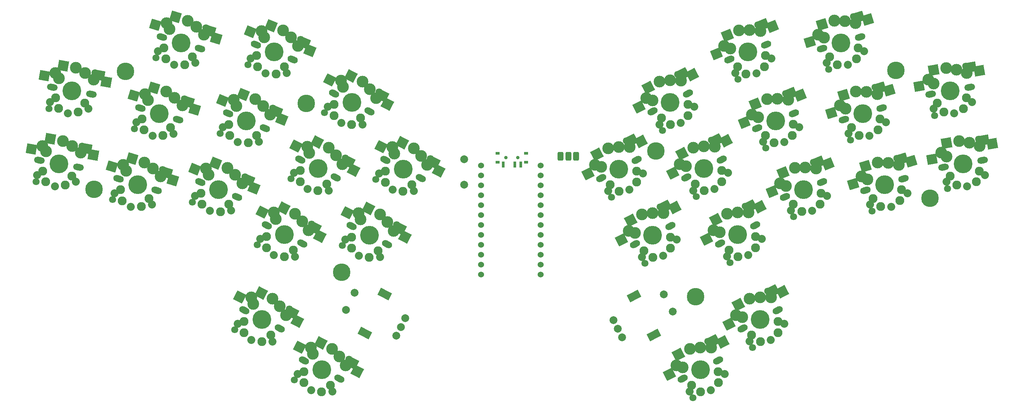
<source format=gbr>
%TF.GenerationSoftware,KiCad,Pcbnew,(6.0.4)*%
%TF.CreationDate,2022-08-24T00:31:51+02:00*%
%TF.ProjectId,Asfoora,4173666f-6f72-4612-9e6b-696361645f70,rev?*%
%TF.SameCoordinates,Original*%
%TF.FileFunction,Soldermask,Bot*%
%TF.FilePolarity,Negative*%
%FSLAX46Y46*%
G04 Gerber Fmt 4.6, Leading zero omitted, Abs format (unit mm)*
G04 Created by KiCad (PCBNEW (6.0.4)) date 2022-08-24 00:31:51*
%MOMM*%
%LPD*%
G01*
G04 APERTURE LIST*
G04 Aperture macros list*
%AMRoundRect*
0 Rectangle with rounded corners*
0 $1 Rounding radius*
0 $2 $3 $4 $5 $6 $7 $8 $9 X,Y pos of 4 corners*
0 Add a 4 corners polygon primitive as box body*
4,1,4,$2,$3,$4,$5,$6,$7,$8,$9,$2,$3,0*
0 Add four circle primitives for the rounded corners*
1,1,$1+$1,$2,$3*
1,1,$1+$1,$4,$5*
1,1,$1+$1,$6,$7*
1,1,$1+$1,$8,$9*
0 Add four rect primitives between the rounded corners*
20,1,$1+$1,$2,$3,$4,$5,0*
20,1,$1+$1,$4,$5,$6,$7,0*
20,1,$1+$1,$6,$7,$8,$9,0*
20,1,$1+$1,$8,$9,$2,$3,0*%
%AMHorizOval*
0 Thick line with rounded ends*
0 $1 width*
0 $2 $3 position (X,Y) of the first rounded end (center of the circle)*
0 $4 $5 position (X,Y) of the second rounded end (center of the circle)*
0 Add line between two ends*
20,1,$1,$2,$3,$4,$5,0*
0 Add two circle primitives to create the rounded ends*
1,1,$1,$2,$3*
1,1,$1,$4,$5*%
%AMRotRect*
0 Rectangle, with rotation*
0 The origin of the aperture is its center*
0 $1 length*
0 $2 width*
0 $3 Rotation angle, in degrees counterclockwise*
0 Add horizontal line*
21,1,$1,$2,0,0,$3*%
G04 Aperture macros list end*
%ADD10C,3.000000*%
%ADD11C,4.800000*%
%ADD12HorizOval,1.701800X0.492404X-0.086824X-0.492404X0.086824X0*%
%ADD13C,1.800000*%
%ADD14HorizOval,1.706624X0.490029X-0.086405X-0.490029X0.086405X0*%
%ADD15RotRect,2.600000X2.600000X350.000000*%
%ADD16C,2.032000*%
%ADD17C,2.286000*%
%ADD18RotRect,2.550000X2.500000X350.000000*%
%ADD19HorizOval,1.706624X0.443354X0.225900X-0.443354X-0.225900X0*%
%ADD20HorizOval,1.701800X0.445503X0.226995X-0.445503X-0.226995X0*%
%ADD21RotRect,2.600000X2.600000X27.000000*%
%ADD22RotRect,2.550000X2.500000X27.000000*%
%ADD23C,4.500000*%
%ADD24HorizOval,1.701800X0.463592X-0.187303X-0.463592X0.187303X0*%
%ADD25HorizOval,1.706624X0.461356X-0.186400X-0.461356X0.186400X0*%
%ADD26RotRect,2.600000X2.600000X338.000000*%
%ADD27RotRect,2.550000X2.500000X338.000000*%
%ADD28HorizOval,1.706624X0.443354X-0.225900X-0.443354X0.225900X0*%
%ADD29HorizOval,1.701800X0.445503X-0.226995X-0.445503X0.226995X0*%
%ADD30RotRect,2.600000X2.600000X333.000000*%
%ADD31RotRect,2.550000X2.500000X333.000000*%
%ADD32C,2.000000*%
%ADD33RotRect,3.200000X2.000000X27.000000*%
%ADD34HorizOval,1.701800X0.478152X0.146186X-0.478152X-0.146186X0*%
%ADD35HorizOval,1.706624X0.475846X0.145481X-0.475846X-0.145481X0*%
%ADD36RotRect,2.550000X2.500000X17.000000*%
%ADD37RotRect,2.600000X2.600000X17.000000*%
%ADD38HorizOval,1.701800X0.463592X0.187303X-0.463592X-0.187303X0*%
%ADD39HorizOval,1.706624X0.461356X0.186400X-0.461356X-0.186400X0*%
%ADD40RotRect,2.600000X2.600000X22.000000*%
%ADD41RotRect,2.550000X2.500000X22.000000*%
%ADD42HorizOval,1.706624X0.490029X0.086405X-0.490029X-0.086405X0*%
%ADD43HorizOval,1.701800X0.492404X0.086824X-0.492404X-0.086824X0*%
%ADD44RotRect,2.600000X2.600000X10.000000*%
%ADD45RotRect,2.550000X2.500000X10.000000*%
%ADD46HorizOval,1.706624X0.475846X-0.145481X-0.475846X0.145481X0*%
%ADD47HorizOval,1.701800X0.478152X-0.146186X-0.478152X0.146186X0*%
%ADD48RotRect,2.550000X2.500000X343.000000*%
%ADD49RotRect,2.600000X2.600000X343.000000*%
%ADD50C,1.524000*%
%ADD51RotRect,3.200000X2.000000X153.000000*%
%ADD52RoundRect,0.375000X0.375000X0.750000X-0.375000X0.750000X-0.375000X-0.750000X0.375000X-0.750000X0*%
%ADD53R,1.000000X0.800000*%
%ADD54C,0.900000*%
%ADD55R,0.700000X1.500000*%
G04 APERTURE END LIST*
D10*
%TO.C,SW11*%
X42922887Y-72060459D03*
X33074810Y-70323977D03*
X38380874Y-69025640D03*
D11*
X37348853Y-74884792D03*
D10*
X42919937Y-72063297D03*
X40728262Y-70326328D03*
D12*
X42347541Y-75770218D03*
D13*
X31461066Y-79482234D03*
D14*
X32342582Y-74002051D03*
D10*
X34033667Y-71725074D03*
X38377925Y-69028479D03*
D13*
X43236639Y-70287350D03*
D15*
X46145183Y-72631995D03*
D16*
X31763766Y-77759275D03*
D17*
X40658719Y-78048257D03*
D18*
X44421292Y-70977509D03*
D17*
X33154484Y-76725058D03*
D16*
X41611843Y-79495756D03*
D18*
X30281549Y-71063474D03*
D15*
X35155628Y-68456942D03*
D17*
X33964123Y-79447003D03*
D16*
X36323144Y-80695612D03*
D17*
X38966947Y-80329136D03*
%TD*%
D19*
%TO.C,SW24*%
X212128104Y-117057300D03*
D10*
X213954972Y-109453069D03*
X210499366Y-113679194D03*
D13*
X218592921Y-107534401D03*
D10*
X216613100Y-109075109D03*
D11*
X216657535Y-114749440D03*
D10*
X219409431Y-109139289D03*
X213955619Y-109449027D03*
X219408783Y-109143331D03*
D20*
X221182528Y-112448286D03*
D10*
X212108344Y-114221105D03*
D13*
X214722150Y-121964478D03*
D17*
X221204733Y-115283968D03*
D21*
X222326830Y-107656512D03*
D22*
X219954374Y-107372645D03*
D17*
X214415263Y-118743376D03*
D16*
X222837059Y-115866388D03*
X213926994Y-120406293D03*
D17*
X221226291Y-118123693D03*
D16*
X219335406Y-120007454D03*
D17*
X216699977Y-120429965D03*
D21*
X211037572Y-110935846D03*
D22*
X208713609Y-115950809D03*
%TD*%
D20*
%TO.C,SW20*%
X205909859Y-125306387D03*
D11*
X201384866Y-127607541D03*
D10*
X204136114Y-122001432D03*
D13*
X203320252Y-120392502D03*
D10*
X204136762Y-121997390D03*
X198682303Y-122311170D03*
X196835675Y-127079206D03*
X195226697Y-126537295D03*
D19*
X196855435Y-129915401D03*
D10*
X201340431Y-121933210D03*
X198682950Y-122307128D03*
D13*
X199449481Y-134822579D03*
D17*
X199142594Y-131601477D03*
D16*
X207564390Y-128724489D03*
D22*
X204681705Y-120230746D03*
D21*
X207054161Y-120514613D03*
D16*
X198654325Y-133264394D03*
D17*
X205932064Y-128142069D03*
X205953622Y-130981794D03*
D22*
X193440940Y-128808910D03*
D17*
X201427308Y-133288066D03*
D21*
X195764903Y-123793947D03*
D16*
X204062737Y-132865555D03*
%TD*%
D23*
%TO.C,*%
X189992000Y-71628000D03*
%TD*%
D11*
%TO.C,SW22*%
X202276206Y-76061718D03*
D13*
X204211592Y-68846679D03*
D10*
X202231771Y-70387387D03*
X199573643Y-70765347D03*
X205028102Y-70451567D03*
D13*
X200340821Y-83276756D03*
D10*
X199574290Y-70761305D03*
X197727015Y-75533383D03*
D20*
X206801199Y-73760564D03*
D10*
X205027454Y-70455609D03*
D19*
X197746775Y-78369578D03*
D10*
X196118037Y-74991472D03*
D17*
X206823404Y-76596246D03*
D16*
X199545665Y-81718571D03*
D22*
X205573045Y-68684923D03*
D16*
X208455730Y-77178666D03*
D17*
X200033934Y-80055654D03*
D21*
X207945501Y-68968790D03*
D22*
X194332280Y-77263087D03*
D16*
X204954077Y-81319732D03*
D17*
X206844962Y-79435971D03*
X202318648Y-81742243D03*
D21*
X196656243Y-72248124D03*
%TD*%
D10*
%TO.C,SW5*%
X89809740Y-42460906D03*
X96648858Y-42484611D03*
D13*
X99110525Y-42968005D03*
D10*
X98434979Y-44637135D03*
D24*
X97100904Y-48146205D03*
D10*
X94623195Y-40724296D03*
X89163141Y-40891069D03*
D13*
X85680553Y-49513680D03*
D11*
X92395539Y-46240843D03*
D10*
X94619719Y-40726460D03*
D25*
X87682200Y-44336530D03*
D10*
X98431504Y-44639298D03*
D16*
X95606700Y-51637372D03*
D17*
X94975355Y-50023339D03*
X87910214Y-47168836D03*
D16*
X86334861Y-47891306D03*
D26*
X101468031Y-45866134D03*
D27*
X100125798Y-43889385D03*
X86277170Y-41033655D03*
D17*
X88136237Y-49999634D03*
X92846331Y-51902635D03*
D16*
X90184107Y-51711425D03*
D26*
X91586667Y-39497460D03*
%TD*%
D23*
%TO.C,*%
X46348000Y-81440000D03*
%TD*%
D10*
%TO.C,SW8*%
X118405834Y-58066728D03*
X109495769Y-53526824D03*
D13*
X105274924Y-61813095D03*
D10*
X110003088Y-55147042D03*
D11*
X112249604Y-59137962D03*
D10*
X114945930Y-53838413D03*
D28*
X107720172Y-56830101D03*
D13*
X119224284Y-56462828D03*
D10*
X116814115Y-55766725D03*
X118402184Y-58068580D03*
D29*
X116771000Y-61446174D03*
D10*
X114949581Y-53836561D03*
D30*
X121320230Y-59555399D03*
D16*
X114978207Y-64793827D03*
X106068141Y-60253922D03*
D17*
X107700467Y-59671502D03*
D31*
X120155390Y-57469189D03*
D17*
X114489937Y-63130910D03*
D16*
X109569794Y-64394988D03*
D17*
X107678910Y-62511227D03*
X112205223Y-64817499D03*
D31*
X106608353Y-53417338D03*
D30*
X112031534Y-52349741D03*
%TD*%
D32*
%TO.C,SW33*%
X140970000Y-80212000D03*
X140970000Y-73712000D03*
%TD*%
%TO.C,SW16*%
X179119418Y-114910907D03*
X181389370Y-119365940D03*
X180254394Y-117138424D03*
D33*
X189479290Y-118723132D03*
X184394596Y-108743858D03*
D32*
X194308965Y-112783078D03*
X192039012Y-108328045D03*
%TD*%
D10*
%TO.C,SW30*%
X241161610Y-56365231D03*
D11*
X242902071Y-62054302D03*
D13*
X239743210Y-68823652D03*
D10*
X246585012Y-57011112D03*
X241160270Y-56369100D03*
X243843648Y-56458461D03*
D13*
X246060932Y-55284952D03*
D10*
X246586352Y-57007244D03*
D34*
X247757910Y-60573865D03*
D35*
X238040696Y-63540573D03*
D10*
X237023304Y-59930961D03*
X238513737Y-60744035D03*
D17*
X240000324Y-65598195D03*
D16*
X239230710Y-67151061D03*
X248793758Y-64227344D03*
D36*
X247429791Y-55362067D03*
D37*
X249716910Y-56053594D03*
D17*
X247287367Y-63370322D03*
X246815484Y-66170648D03*
D37*
X238029711Y-57322749D03*
D16*
X244626214Y-67697442D03*
D36*
X234870216Y-61857971D03*
D17*
X241957456Y-67655897D03*
%TD*%
D10*
%TO.C,SW19*%
X110671354Y-126541675D03*
X102268608Y-123621989D03*
X107211450Y-122313360D03*
X107215101Y-122311508D03*
D13*
X111489804Y-124937775D03*
X97540444Y-130288042D03*
D10*
X101761289Y-122001771D03*
X110667704Y-126543527D03*
D28*
X99985692Y-125305048D03*
D11*
X104515124Y-127612909D03*
D29*
X109036520Y-129921121D03*
D10*
X109079635Y-124241672D03*
D31*
X112420910Y-125944136D03*
D17*
X99965987Y-128146449D03*
D16*
X98333661Y-128728869D03*
X107243727Y-133268774D03*
D17*
X106755457Y-131605857D03*
D30*
X113585750Y-128030346D03*
D16*
X101835314Y-132869935D03*
D17*
X104470743Y-133292446D03*
X99944430Y-130986174D03*
D31*
X98873873Y-121892285D03*
D30*
X104297054Y-120824688D03*
%TD*%
D23*
%TO.C,*%
X109598000Y-102690000D03*
%TD*%
D10*
%TO.C,SW25*%
X216735259Y-40887455D03*
X211275205Y-40720682D03*
D38*
X218213211Y-44338396D03*
D10*
X216734262Y-40891425D03*
D13*
X216061731Y-39217510D03*
D10*
X209019046Y-45313601D03*
D11*
X213504878Y-46236413D03*
D13*
X210948026Y-53255317D03*
D10*
X213955162Y-40579802D03*
D39*
X208791539Y-48140726D03*
D10*
X211274208Y-40724653D03*
X207463421Y-44633521D03*
D17*
X210923044Y-50019724D03*
X217988185Y-47165222D03*
D40*
X219770789Y-39664588D03*
D41*
X217432102Y-39175028D03*
D16*
X210291700Y-51633758D03*
X219563538Y-47887692D03*
D17*
X217762163Y-49996020D03*
D40*
X208238677Y-41947519D03*
D17*
X213052069Y-51899021D03*
D16*
X215714293Y-51707811D03*
D41*
X205486475Y-46740852D03*
%TD*%
D10*
%TO.C,SW6*%
X87505670Y-58340789D03*
X91317454Y-62253628D03*
D11*
X85278014Y-63857336D03*
D10*
X82692215Y-60077399D03*
X89531333Y-60101104D03*
D24*
X89983379Y-65762698D03*
D10*
X91313979Y-62255791D03*
D13*
X78563028Y-67130173D03*
D10*
X82045616Y-58507562D03*
D13*
X91993000Y-60584498D03*
D10*
X87502194Y-58342953D03*
D25*
X80564675Y-61953023D03*
D16*
X88489175Y-69253865D03*
D17*
X80792689Y-64785329D03*
X87857830Y-67639832D03*
D26*
X94350506Y-63482627D03*
D27*
X93008273Y-61505878D03*
D16*
X79217336Y-65507799D03*
X83066582Y-69327918D03*
D17*
X85728806Y-69519128D03*
D26*
X84469142Y-57113953D03*
D17*
X81018712Y-67616127D03*
D27*
X79159645Y-58650148D03*
%TD*%
D13*
%TO.C,SW10*%
X101972645Y-90321076D03*
D29*
X99519361Y-95304422D03*
D10*
X97697942Y-87694809D03*
X101154195Y-91924976D03*
D11*
X94997965Y-92996210D03*
D10*
X101150545Y-91926828D03*
D28*
X90468533Y-90688349D03*
D10*
X99562476Y-89624973D03*
X92244130Y-87385072D03*
X92751449Y-89005290D03*
D13*
X88023285Y-95671343D03*
D10*
X97694291Y-87696661D03*
D31*
X102903751Y-91327437D03*
D30*
X104068591Y-93413647D03*
D17*
X97238298Y-96989158D03*
X90448828Y-93529750D03*
D16*
X88816502Y-94112170D03*
X97726568Y-98652075D03*
X92318155Y-98253236D03*
D30*
X94779895Y-86207989D03*
D31*
X89356714Y-87275586D03*
D17*
X90427271Y-96369475D03*
X94953584Y-98675747D03*
%TD*%
D10*
%TO.C,SW32*%
X262975745Y-72059163D03*
D42*
X263545652Y-75765859D03*
D43*
X273551986Y-74005494D03*
D10*
X270168442Y-69443737D03*
D13*
X272512213Y-68549194D03*
D10*
X272822021Y-70326357D03*
X264355979Y-73047815D03*
D11*
X268551922Y-74883118D03*
D10*
X267517757Y-69024344D03*
X267515956Y-69028021D03*
X272823822Y-70322681D03*
D13*
X264591631Y-81217042D03*
D16*
X264286788Y-79494461D03*
D44*
X276047266Y-69757659D03*
D45*
X273861471Y-68792557D03*
D17*
X265239913Y-78046962D03*
X272744148Y-76723763D03*
D16*
X274134866Y-77757979D03*
X269575488Y-80694316D03*
D17*
X271934508Y-79445707D03*
D45*
X260603862Y-73709414D03*
D44*
X264292511Y-69593042D03*
D17*
X266931685Y-80327840D03*
%TD*%
D13*
%TO.C,SW27*%
X230296781Y-74450496D03*
D38*
X232448261Y-79571382D03*
D10*
X230969312Y-76124411D03*
D39*
X223026589Y-83373712D03*
D10*
X223254096Y-80546587D03*
X225510255Y-75953668D03*
X228190212Y-75812788D03*
D11*
X227739928Y-81469399D03*
D10*
X221698471Y-79866507D03*
X225509258Y-75957639D03*
X230970309Y-76120441D03*
D13*
X225183076Y-88488303D03*
D17*
X232223235Y-82398208D03*
D41*
X231667152Y-74408014D03*
D17*
X225158094Y-85252710D03*
D40*
X234005839Y-74897574D03*
D16*
X233798588Y-83120678D03*
X224526750Y-86866744D03*
D17*
X227287119Y-87132007D03*
D16*
X229949343Y-86940797D03*
D40*
X222473727Y-77180505D03*
D41*
X219721525Y-81973838D03*
D17*
X231997213Y-85229006D03*
%TD*%
D10*
%TO.C,SW14*%
X59178735Y-74540300D03*
D13*
X51039441Y-84073181D03*
D46*
X52582253Y-78741277D03*
D13*
X63847815Y-76381916D03*
D10*
X53757267Y-75179854D03*
D47*
X62297151Y-81715561D03*
D10*
X61353385Y-76114909D03*
D11*
X57443628Y-80227548D03*
D10*
X63320314Y-78103571D03*
X54538226Y-76687363D03*
X63317041Y-78106029D03*
X59182008Y-74537841D03*
D17*
X60343294Y-83770805D03*
D16*
X61112908Y-85323671D03*
D48*
X64939528Y-77211303D03*
D17*
X53056252Y-81542933D03*
D16*
X51549861Y-82399954D03*
D49*
X66448939Y-79063546D03*
D16*
X55717404Y-85870053D03*
D17*
X58386163Y-85828507D03*
X53528134Y-84343259D03*
D48*
X50894705Y-75573427D03*
D49*
X56050109Y-73580324D03*
%TD*%
D10*
%TO.C,SW2*%
X65648350Y-40347782D03*
D13*
X62149565Y-47733600D03*
D10*
X72463509Y-39775328D03*
D47*
X73407275Y-45375980D03*
D10*
X70288859Y-38200719D03*
X70292132Y-38198260D03*
X64867391Y-38840273D03*
X74430438Y-41763990D03*
X74427165Y-41766448D03*
D11*
X68553752Y-43887967D03*
D13*
X74957939Y-40042335D03*
D46*
X63692377Y-42401696D03*
D49*
X77559063Y-42723965D03*
D17*
X71453418Y-47431224D03*
D16*
X62659985Y-46060373D03*
D48*
X76049652Y-40871722D03*
D16*
X72223032Y-48984090D03*
D17*
X64166376Y-45203352D03*
D48*
X62004829Y-39233846D03*
D17*
X64638258Y-48003678D03*
D49*
X67160233Y-37240743D03*
D17*
X69496287Y-49488926D03*
D16*
X66827528Y-49530472D03*
%TD*%
D10*
%TO.C,SW15*%
X95398685Y-113683574D03*
X93806966Y-111383571D03*
D11*
X89242455Y-114754808D03*
D13*
X82267775Y-117429941D03*
D28*
X84713023Y-112446947D03*
D10*
X86995939Y-110763888D03*
D29*
X93763851Y-117063020D03*
D10*
X86488620Y-109143670D03*
X91938781Y-109455259D03*
X91942432Y-109453407D03*
X95395035Y-113685426D03*
D13*
X96217135Y-112079674D03*
D17*
X84693318Y-115288348D03*
D16*
X83060992Y-115870768D03*
D30*
X98313081Y-115172245D03*
D16*
X91971058Y-120410673D03*
D31*
X97148241Y-113086035D03*
D17*
X91482788Y-118747756D03*
D31*
X83601204Y-109034184D03*
D17*
X84671761Y-118128073D03*
X89198074Y-120434345D03*
D16*
X86562645Y-120011834D03*
D30*
X89024385Y-107966587D03*
%TD*%
D50*
%TO.C,U1*%
X160519400Y-75361000D03*
X160519400Y-77901000D03*
X160519400Y-80441000D03*
X160519400Y-82981000D03*
X160519400Y-85521000D03*
X160519400Y-88061000D03*
X160519400Y-90601000D03*
X160519400Y-93141000D03*
X160519400Y-95681000D03*
X160519400Y-98221000D03*
X160519400Y-100761000D03*
X160519400Y-103301000D03*
X145299400Y-103301000D03*
X145299400Y-100761000D03*
X145299400Y-98221000D03*
X145299400Y-95681000D03*
X145299400Y-93141000D03*
X145299400Y-90601000D03*
X145299400Y-88061000D03*
X145299400Y-85521000D03*
X145299400Y-82981000D03*
X145299400Y-80441000D03*
X145299400Y-77901000D03*
X145299400Y-75361000D03*
%TD*%
D32*
%TO.C,SW1*%
X123622812Y-118916489D03*
X125892764Y-114461456D03*
X124757788Y-116688973D03*
D51*
X115532892Y-118273681D03*
X120617586Y-108294407D03*
D32*
X112973170Y-107878594D03*
X110703217Y-112333627D03*
%TD*%
D10*
%TO.C,SW18*%
X183001823Y-92081853D03*
X186458076Y-87851686D03*
X186457429Y-87855728D03*
X184610801Y-92623764D03*
D13*
X187224607Y-100367137D03*
D10*
X191911888Y-87541948D03*
X191911240Y-87545990D03*
D11*
X189159992Y-93152099D03*
D20*
X193684985Y-90850945D03*
D10*
X189115557Y-87477768D03*
D19*
X184630561Y-95459959D03*
D13*
X191095378Y-85937060D03*
D21*
X194829287Y-86059171D03*
D16*
X195339516Y-94269047D03*
D17*
X186917720Y-97146035D03*
D22*
X192456831Y-85775304D03*
D17*
X193707190Y-93686627D03*
D16*
X186429451Y-98808952D03*
X191837863Y-98410113D03*
D17*
X193728748Y-96526352D03*
X189202434Y-98832624D03*
D21*
X183540029Y-89338505D03*
D22*
X181216066Y-94353468D03*
%TD*%
D23*
%TO.C,*%
X100584000Y-59436000D03*
%TD*%
D10*
%TO.C,SW4*%
X41671152Y-50297217D03*
D12*
X45637819Y-57041795D03*
D13*
X34751344Y-60753811D03*
D10*
X36365088Y-51595554D03*
D11*
X40639131Y-56156369D03*
D10*
X41668203Y-50300056D03*
X37323945Y-52996651D03*
X44018540Y-51597905D03*
X46210215Y-53334874D03*
D13*
X46526917Y-51558927D03*
D10*
X46213165Y-53332036D03*
D14*
X35632860Y-55273628D03*
D18*
X47711570Y-52249086D03*
D16*
X44902121Y-60767333D03*
D17*
X43948997Y-59319834D03*
D15*
X49435461Y-53903572D03*
D17*
X36444762Y-57996635D03*
D16*
X35054044Y-59030852D03*
D15*
X38445906Y-49728519D03*
D18*
X33571827Y-52335051D03*
D17*
X42257225Y-61600713D03*
X37254401Y-60718580D03*
D16*
X39613422Y-61967189D03*
%TD*%
D11*
%TO.C,SW7*%
X78160489Y-81473829D03*
D10*
X80384669Y-75959446D03*
X82413808Y-77717597D03*
X80388145Y-75957282D03*
X75574690Y-77693892D03*
D25*
X73447150Y-79569516D03*
D13*
X84875475Y-78200991D03*
D10*
X74928091Y-76124055D03*
X84196454Y-79872284D03*
D24*
X82865854Y-83379191D03*
D13*
X71445503Y-84746666D03*
D10*
X84199929Y-79870121D03*
D16*
X72099811Y-83124292D03*
D26*
X87232981Y-81099120D03*
D17*
X80740305Y-85256325D03*
X73675164Y-82401822D03*
D27*
X85890748Y-79122371D03*
D16*
X81371650Y-86870358D03*
D27*
X72042120Y-76266641D03*
D17*
X78611281Y-87135621D03*
D26*
X77351617Y-74730446D03*
D16*
X75949057Y-86944411D03*
D17*
X73901187Y-85232620D03*
%TD*%
D10*
%TO.C,SW29*%
X238288586Y-38288670D03*
X235606548Y-38195440D03*
X231468242Y-41761170D03*
D35*
X232485634Y-45370782D03*
D10*
X232958675Y-42574244D03*
X241031290Y-38837453D03*
D11*
X237347009Y-43884511D03*
D10*
X235605208Y-38199309D03*
D13*
X234188148Y-50653861D03*
X240505870Y-37115161D03*
D10*
X241029950Y-38841321D03*
D34*
X242202848Y-42404074D03*
D36*
X241874729Y-37192276D03*
D37*
X244161848Y-37883803D03*
D16*
X243238696Y-46057553D03*
D17*
X234445262Y-47428404D03*
D16*
X233675648Y-48981270D03*
D17*
X241732305Y-45200531D03*
D37*
X232474649Y-39152958D03*
D16*
X239071152Y-49527651D03*
D17*
X241260422Y-48000857D03*
X236402394Y-49486106D03*
D36*
X229315154Y-43688180D03*
%TD*%
D23*
%TO.C,*%
X251348000Y-50940000D03*
%TD*%
D13*
%TO.C,SW9*%
X96649104Y-78742219D03*
D10*
X108188295Y-72695849D03*
X109780014Y-74995852D03*
D29*
X108145180Y-78375298D03*
D11*
X103623784Y-76067086D03*
D28*
X99094352Y-73759225D03*
D10*
X106323761Y-70765685D03*
X109776364Y-74997704D03*
X100869949Y-70455948D03*
D13*
X110598464Y-73391952D03*
D10*
X106320110Y-70767537D03*
X101377268Y-72076166D03*
D17*
X105864117Y-80060034D03*
D31*
X111529570Y-74398313D03*
D16*
X97442321Y-77183046D03*
D30*
X112694410Y-76484523D03*
D17*
X99074647Y-76600626D03*
D16*
X106352387Y-81722951D03*
D31*
X97982533Y-70346462D03*
D16*
X100943974Y-81324112D03*
D17*
X99053090Y-79440351D03*
X103579403Y-81746623D03*
D30*
X103405714Y-69278865D03*
%TD*%
D23*
%TO.C,*%
X200152000Y-108966000D03*
%TD*%
D13*
%TO.C,SW12*%
X118391138Y-78903476D03*
D29*
X129887214Y-78536555D03*
D10*
X128065795Y-70926942D03*
X128062144Y-70928794D03*
D28*
X120836386Y-73920482D03*
D10*
X131518398Y-75158961D03*
X123119302Y-72237423D03*
X129930329Y-72857106D03*
D13*
X132340498Y-73553209D03*
D11*
X125365818Y-76228343D03*
D10*
X131522048Y-75157109D03*
X122611983Y-70617205D03*
D30*
X134436444Y-76645780D03*
D17*
X120816681Y-76761883D03*
D16*
X119184355Y-77344303D03*
D17*
X127606151Y-80221291D03*
D31*
X133271604Y-74559570D03*
D16*
X128094421Y-81884208D03*
D17*
X125321437Y-81907880D03*
D30*
X125147748Y-69440122D03*
D16*
X122686008Y-81485369D03*
D17*
X120795124Y-79601608D03*
D31*
X119724567Y-70507719D03*
%TD*%
D19*
%TO.C,SW17*%
X176004741Y-78530835D03*
D10*
X177831609Y-70926604D03*
X174376003Y-75152729D03*
X183286068Y-70612824D03*
X177832256Y-70922562D03*
D11*
X180534172Y-76222975D03*
D10*
X183285420Y-70616866D03*
D13*
X182469558Y-69007936D03*
X178598787Y-83438013D03*
D10*
X180489737Y-70548644D03*
D20*
X185059165Y-73921821D03*
D10*
X175984981Y-75694640D03*
D22*
X183831011Y-68846180D03*
D17*
X178291900Y-80216911D03*
D16*
X186713696Y-77339923D03*
X177803631Y-81879828D03*
D17*
X185081370Y-76757503D03*
D21*
X186203467Y-69130047D03*
D22*
X172590246Y-77424344D03*
D17*
X185102928Y-79597228D03*
X180576614Y-81903500D03*
D21*
X174914209Y-72409381D03*
D16*
X183212043Y-81480989D03*
%TD*%
D13*
%TO.C,SW21*%
X195585772Y-51917555D03*
D20*
X198175379Y-56831440D03*
D11*
X193650386Y-59132594D03*
D10*
X196402282Y-53522443D03*
X196401634Y-53526485D03*
X190948470Y-53832181D03*
D19*
X189120955Y-61440454D03*
D10*
X190947823Y-53836223D03*
X193605951Y-53458263D03*
D13*
X191715001Y-66347632D03*
D10*
X189101195Y-58604259D03*
X187492217Y-58062348D03*
D21*
X199319681Y-52039666D03*
D17*
X198197584Y-59667122D03*
D16*
X199829910Y-60249542D03*
X190919845Y-64789447D03*
D22*
X196947225Y-51755799D03*
D17*
X191408114Y-63126530D03*
D21*
X188030423Y-55319000D03*
D17*
X193692828Y-64813119D03*
X198219142Y-62506847D03*
D16*
X196328257Y-64390608D03*
D22*
X185706460Y-60333963D03*
%TD*%
D10*
%TO.C,SW31*%
X266863176Y-50728571D03*
D13*
X261286365Y-62501876D03*
D11*
X265246656Y-56167952D03*
D10*
X269518556Y-51607515D03*
D42*
X260240386Y-57050693D03*
D43*
X270246720Y-55290328D03*
D10*
X264210690Y-50312855D03*
X269516755Y-51611191D03*
X261050713Y-54332649D03*
D13*
X269206947Y-49834028D03*
D10*
X264212491Y-50309178D03*
X259670479Y-53343997D03*
D45*
X270556205Y-50077391D03*
D17*
X261934647Y-59331796D03*
D16*
X270829600Y-59042813D03*
D17*
X269438882Y-58008597D03*
D44*
X272742000Y-51042493D03*
D16*
X260981522Y-60779295D03*
D44*
X260987245Y-50877876D03*
D16*
X266270222Y-61979150D03*
D17*
X263626419Y-61612674D03*
D45*
X257298596Y-54994248D03*
D17*
X268629242Y-60730541D03*
%TD*%
D23*
%TO.C,*%
X54348000Y-51190000D03*
%TD*%
D10*
%TO.C,SW26*%
X216136571Y-62930094D03*
X218391733Y-58341146D03*
X223852784Y-58503948D03*
D11*
X220622403Y-63852906D03*
D13*
X218065551Y-70871810D03*
D10*
X223851787Y-58507918D03*
D13*
X223179256Y-56834003D03*
D10*
X214580946Y-62250014D03*
X221072687Y-58196295D03*
D39*
X215909064Y-65757219D03*
D38*
X225330736Y-61954889D03*
D10*
X218392730Y-58337175D03*
D41*
X224549627Y-56791521D03*
D16*
X226681063Y-65504185D03*
D40*
X226888314Y-57281081D03*
D16*
X217409225Y-69250251D03*
D17*
X225105710Y-64781715D03*
X218040569Y-67636217D03*
D16*
X222831818Y-69324304D03*
D40*
X215356202Y-59564012D03*
D17*
X220169594Y-69515514D03*
X224879688Y-67612513D03*
D41*
X212604000Y-64357345D03*
%TD*%
D34*
%TO.C,SW28*%
X253312972Y-78743655D03*
D10*
X249398710Y-74628251D03*
D35*
X243595758Y-81710363D03*
D10*
X246715332Y-74538890D03*
D11*
X248457133Y-80224092D03*
D10*
X252140074Y-75180902D03*
D13*
X245298272Y-86993442D03*
D10*
X252141414Y-75177034D03*
X246716672Y-74535021D03*
X244068799Y-78913825D03*
X242578366Y-78100751D03*
D13*
X251615994Y-73454742D03*
D37*
X255271972Y-74223384D03*
D36*
X252984853Y-73531857D03*
D17*
X245555386Y-83767985D03*
X252842429Y-81540112D03*
D16*
X244785772Y-85320851D03*
X254348820Y-82397134D03*
D37*
X243584773Y-75492539D03*
D16*
X250181276Y-85867232D03*
D17*
X252370546Y-84340438D03*
D36*
X240425278Y-80027761D03*
D17*
X247512518Y-85825687D03*
%TD*%
D10*
%TO.C,SW3*%
X64734121Y-56370890D03*
X59312653Y-57010444D03*
X68875700Y-59934161D03*
X68872427Y-59936619D03*
D13*
X56594827Y-65903771D03*
D46*
X58137639Y-60571867D03*
D10*
X60093612Y-58517953D03*
D13*
X69403201Y-58212506D03*
D10*
X64737394Y-56368431D03*
D47*
X67852537Y-63546151D03*
D10*
X66908771Y-57945499D03*
D11*
X62999014Y-62058138D03*
D16*
X57105247Y-64230544D03*
D17*
X65898680Y-65601395D03*
X58611638Y-63373523D03*
D49*
X72004325Y-60894136D03*
D16*
X66668294Y-67154261D03*
D48*
X70494914Y-59041893D03*
D49*
X61605495Y-55410914D03*
D16*
X61272790Y-67700643D03*
D17*
X63941549Y-67659097D03*
X59083520Y-66173849D03*
D48*
X56450091Y-57404017D03*
%TD*%
D52*
%TO.C,PAD1*%
X165598000Y-72940000D03*
X167598000Y-72940000D03*
X169598000Y-72940000D03*
%TD*%
D10*
%TO.C,SW23*%
X210857590Y-87316511D03*
D11*
X210902025Y-92990842D03*
D10*
X206352834Y-92462507D03*
D19*
X206372594Y-95298702D03*
D10*
X208200109Y-87690429D03*
D20*
X215427018Y-90689688D03*
D13*
X208966640Y-100205880D03*
D10*
X204743856Y-91920596D03*
D13*
X212837411Y-85775803D03*
D10*
X213653921Y-87380691D03*
X213653273Y-87384733D03*
X208199462Y-87694471D03*
D21*
X216571320Y-85897914D03*
D16*
X208171484Y-98647695D03*
X217081549Y-94107790D03*
D22*
X214198864Y-85614047D03*
D17*
X215449223Y-93525370D03*
X208659753Y-96984778D03*
D16*
X213579896Y-98248856D03*
D17*
X215470781Y-96365095D03*
X210944467Y-98671367D03*
D22*
X202958099Y-94192211D03*
D21*
X205282062Y-89177248D03*
%TD*%
D13*
%TO.C,SW13*%
X109765318Y-95832600D03*
D10*
X114493482Y-89166547D03*
D11*
X116739998Y-93157467D03*
D10*
X122892578Y-92088085D03*
X119436324Y-87857918D03*
D13*
X123714678Y-90482333D03*
D10*
X122896228Y-92086233D03*
D28*
X112210566Y-90849606D03*
D10*
X119439975Y-87856066D03*
D29*
X121261394Y-95465679D03*
D10*
X121304509Y-89786230D03*
X113986163Y-87546329D03*
D16*
X110558535Y-94273427D03*
D17*
X118980331Y-97150415D03*
X112190861Y-93691007D03*
D31*
X124645784Y-91488694D03*
D16*
X119468601Y-98813332D03*
D30*
X125810624Y-93574904D03*
D17*
X112169304Y-96530732D03*
D31*
X111098747Y-87436843D03*
D16*
X114060188Y-98414493D03*
D30*
X116521928Y-86369246D03*
D17*
X116695617Y-98837004D03*
%TD*%
D23*
%TO.C,*%
X260098000Y-83690000D03*
%TD*%
D53*
%TO.C,SW34*%
X149512000Y-74440000D03*
X156812000Y-74440000D03*
D54*
X151662000Y-73330000D03*
D53*
X156812000Y-72230000D03*
D54*
X154662000Y-73330000D03*
D53*
X149512000Y-72230000D03*
D55*
X150912000Y-75090000D03*
X153912000Y-75090000D03*
X155412000Y-75090000D03*
%TD*%
M02*

</source>
